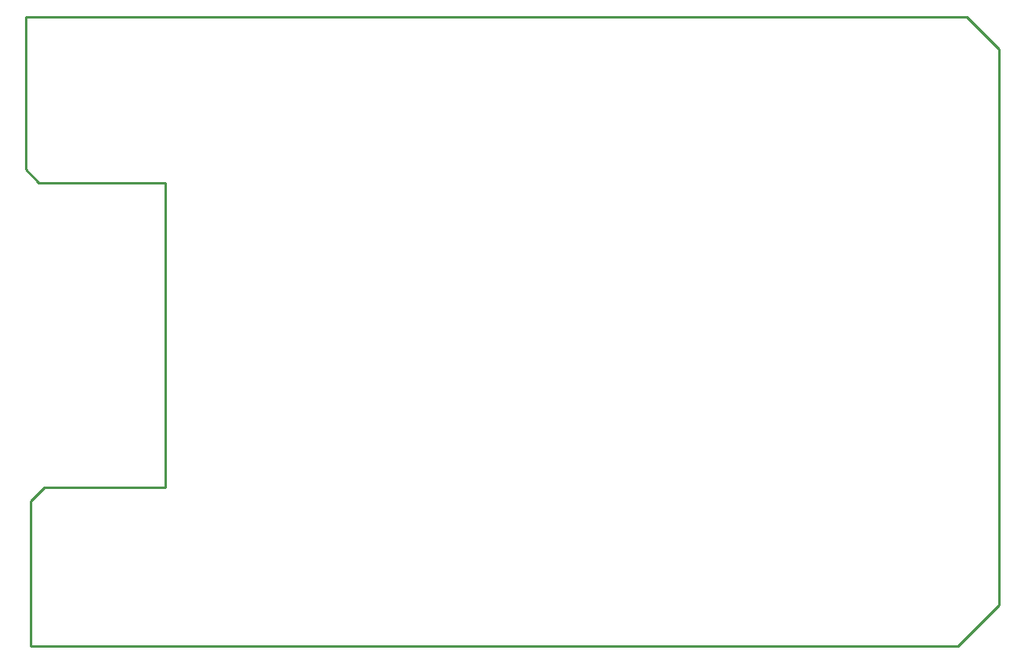
<source format=gm1>
G04*
G04 #@! TF.GenerationSoftware,Altium Limited,Altium Designer,23.4.1 (23)*
G04*
G04 Layer_Color=16711935*
%FSLAX44Y44*%
%MOMM*%
G71*
G04*
G04 #@! TF.SameCoordinates,CD9FDB66-F090-44B4-BA50-0B1389574BE9*
G04*
G04*
G04 #@! TF.FilePolarity,Positive*
G04*
G01*
G75*
%ADD10C,0.2540*%
D10*
X538000Y637000D02*
X552000Y623000D01*
X538000Y637000D02*
Y797000D01*
X685000Y303000D02*
Y623000D01*
X558000Y303000D02*
X685000D01*
X543000Y136000D02*
X1517000D01*
X1526000Y797000D02*
X1560000Y763000D01*
X538000Y797000D02*
X548000D01*
X1526000D01*
X552000Y623000D02*
X685000D01*
X1560000Y179000D02*
Y763000D01*
X1517000Y136000D02*
X1560000Y179000D01*
X543000Y288000D02*
X558000Y303000D01*
X543000Y136000D02*
Y288000D01*
M02*

</source>
